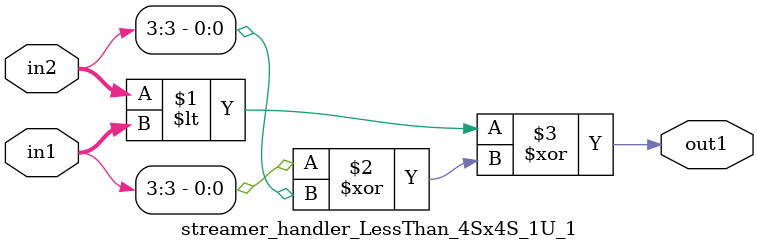
<source format=v>

`timescale 1ps / 1ps


module streamer_handler_LessThan_4Sx4S_1U_1( in2, in1, out1 );

    input [3:0] in2;
    input [3:0] in1;
    output out1;

    
    // rtl_process:streamer_handler_LessThan_4Sx4S_1U_1/streamer_handler_LessThan_4Sx4S_1U_1_thread_1
    assign out1 = (in2 < in1 ^ (in1[3] ^ in2[3]));

endmodule


</source>
